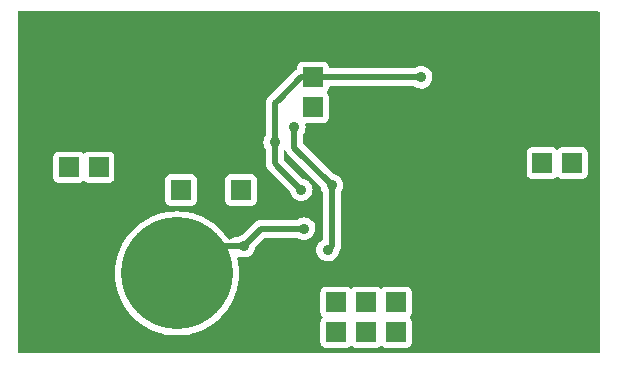
<source format=gbr>
%TF.GenerationSoftware,KiCad,Pcbnew,6.0.11+dfsg-1~bpo11+1*%
%TF.CreationDate,2023-04-12T13:16:58+00:00*%
%TF.ProjectId,PCRD01,50435244-3031-42e6-9b69-6361645f7063,01A*%
%TF.SameCoordinates,Original*%
%TF.FileFunction,Copper,L1,Top*%
%TF.FilePolarity,Positive*%
%FSLAX46Y46*%
G04 Gerber Fmt 4.6, Leading zero omitted, Abs format (unit mm)*
G04 Created by KiCad (PCBNEW 6.0.11+dfsg-1~bpo11+1) date 2023-04-12 13:16:58*
%MOMM*%
%LPD*%
G01*
G04 APERTURE LIST*
%TA.AperFunction,ComponentPad*%
%ADD10R,1.651000X1.651000*%
%TD*%
%TA.AperFunction,ComponentPad*%
%ADD11C,6.000000*%
%TD*%
%TA.AperFunction,SMDPad,CuDef*%
%ADD12C,9.480265*%
%TD*%
%TA.AperFunction,ViaPad*%
%ADD13C,0.889000*%
%TD*%
%TA.AperFunction,Conductor*%
%ADD14C,0.400000*%
%TD*%
%TA.AperFunction,Conductor*%
%ADD15C,0.500000*%
%TD*%
G04 APERTURE END LIST*
D10*
%TO.P,J1,1,1*%
%TO.N,GND*%
X140458000Y-90709000D03*
%TO.P,J1,2,1*%
%TO.N,/+Ubias*%
X140458000Y-88169000D03*
%TO.P,J1,3,3*%
%TO.N,GND*%
X140458000Y-85629000D03*
%TO.P,J1,4*%
X137918000Y-85629000D03*
%TO.P,J1,5*%
%TO.N,/+Ubias*%
X137918000Y-88169000D03*
%TO.P,J1,6*%
%TO.N,GND*%
X137918000Y-90709000D03*
%TD*%
%TO.P,J2,1*%
%TO.N,GND*%
X158034800Y-102139000D03*
%TO.P,J2,2*%
%TO.N,V-*%
X160574800Y-102139000D03*
%TO.P,J2,3*%
%TO.N,V+*%
X163114800Y-102139000D03*
%TO.P,J2,4*%
%TO.N,V-*%
X165654800Y-102139000D03*
%TO.P,J2,5*%
%TO.N,GND*%
X168194800Y-102139000D03*
%TO.P,J2,6*%
X168194800Y-99599000D03*
%TO.P,J2,7*%
%TO.N,V-*%
X165654800Y-99599000D03*
%TO.P,J2,8*%
%TO.N,V+*%
X163114800Y-99599000D03*
%TO.P,J2,9*%
%TO.N,V-*%
X160574800Y-99599000D03*
%TO.P,J2,10*%
%TO.N,GND*%
X158034800Y-99599000D03*
%TD*%
%TO.P,J5,1,1*%
%TO.N,GND*%
X180564600Y-90353400D03*
%TO.P,J5,2,1*%
%TO.N,Net-(C14-Pad2)*%
X180564600Y-87813400D03*
%TO.P,J5,3,3*%
%TO.N,GND*%
X180564600Y-85273400D03*
%TO.P,J5,4*%
X178024600Y-85273400D03*
%TO.P,J5,5*%
%TO.N,Net-(C14-Pad2)*%
X178024600Y-87813400D03*
%TO.P,J5,6*%
%TO.N,GND*%
X178024600Y-90353400D03*
%TD*%
D11*
%TO.P,P4,1,P1*%
%TO.N,GND*%
X137918000Y-99599000D03*
%TD*%
D12*
%TO.P,C4,1*%
%TO.N,Net-(C4-Pad1)*%
X147087400Y-97147900D03*
%TD*%
D10*
%TO.P,J3,1,P1*%
%TO.N,/K*%
X147443000Y-90074000D03*
%TO.P,J3,2,PM*%
%TO.N,/A*%
X152523000Y-90074000D03*
%TD*%
D11*
%TO.P,P3,1,P1*%
%TO.N,GND*%
X137918000Y-79279000D03*
%TD*%
%TO.P,P1,1,P1*%
%TO.N,GND*%
X178558000Y-99599000D03*
%TD*%
%TO.P,P2,1,P1*%
%TO.N,GND*%
X178558000Y-79279000D03*
%TD*%
D10*
%TO.P,J4,1,P1*%
%TO.N,/#SHDN*%
X158619000Y-83089000D03*
%TO.P,J4,2,PM*%
%TO.N,V+*%
X158619000Y-80549000D03*
%TD*%
D13*
%TO.N,GND*%
X162657600Y-83089000D03*
X154961400Y-77196200D03*
X170684000Y-77780400D03*
X165680200Y-77297800D03*
X162683000Y-85629000D03*
X159914400Y-86391000D03*
X161184400Y-96144600D03*
X135733600Y-83698600D03*
X135733600Y-94773000D03*
X166518400Y-87356200D03*
X171293600Y-95865200D03*
X139200000Y-94600000D03*
X174951200Y-94493600D03*
X165413500Y-96360500D03*
X160955800Y-77399400D03*
X150135400Y-76764400D03*
X142210600Y-81082400D03*
%TO.N,V+*%
X157608447Y-90079311D03*
X155367800Y-86060800D03*
X167763000Y-80549000D03*
%TO.N,Net-(C4-Pad1)*%
X157857000Y-93363300D03*
X152743361Y-94836500D03*
%TO.N,V-*%
X159838200Y-95166700D03*
X160216002Y-89693000D03*
X157028960Y-84750160D03*
%TD*%
D14*
%TO.N,GND*%
X160752600Y-77196200D02*
X160955800Y-77399400D01*
X158034800Y-99599000D02*
X157298200Y-99599000D01*
X135733600Y-83698600D02*
X135987600Y-83698600D01*
X165197600Y-96144600D02*
X165413500Y-96360500D01*
%TO.N,V+*%
X159844500Y-80549000D02*
X160689748Y-80549000D01*
D15*
X167763000Y-80549000D02*
X160689748Y-80549000D01*
X155367800Y-86060800D02*
X155367800Y-82758800D01*
D14*
X158619000Y-80549000D02*
X159844500Y-80549000D01*
D15*
X155367800Y-87838664D02*
X155668517Y-88139381D01*
X155367800Y-86060800D02*
X155367800Y-87838664D01*
X157608447Y-90079311D02*
X155668517Y-88139381D01*
X155367800Y-82758800D02*
X155692499Y-82434101D01*
X155692499Y-82434101D02*
X157577600Y-80549000D01*
X158619000Y-80549000D02*
X167763000Y-80549000D01*
X160689748Y-80549000D02*
X157577600Y-80549000D01*
%TO.N,Net-(C4-Pad1)*%
X157228383Y-93363300D02*
X157857000Y-93363300D01*
X154216561Y-93363300D02*
X157228383Y-93363300D01*
X152743361Y-94836500D02*
X149398800Y-94836500D01*
X152743361Y-94836500D02*
X154216561Y-93363300D01*
%TO.N,V-*%
X160216002Y-89693000D02*
X160216002Y-94788898D01*
X157028960Y-86505958D02*
X160216002Y-89693000D01*
X160216002Y-94788898D02*
X159838200Y-95166700D01*
X157028960Y-84750160D02*
X157028960Y-86505958D01*
%TD*%
%TA.AperFunction,Conductor*%
%TO.N,GND*%
G36*
X182832691Y-74982407D02*
G01*
X182868655Y-75031907D01*
X182873500Y-75062500D01*
X182873500Y-103815500D01*
X182854593Y-103873691D01*
X182805093Y-103909655D01*
X182774500Y-103914500D01*
X133701500Y-103914500D01*
X133643309Y-103895593D01*
X133607345Y-103846093D01*
X133602500Y-103815500D01*
X133602500Y-103012634D01*
X159240800Y-103012634D01*
X159247555Y-103074816D01*
X159298685Y-103211205D01*
X159386039Y-103327761D01*
X159502595Y-103415115D01*
X159638984Y-103466245D01*
X159645156Y-103466915D01*
X159645158Y-103466916D01*
X159681137Y-103470824D01*
X159701166Y-103473000D01*
X161448434Y-103473000D01*
X161468463Y-103470824D01*
X161504442Y-103466916D01*
X161504444Y-103466915D01*
X161510616Y-103466245D01*
X161647005Y-103415115D01*
X161763561Y-103327761D01*
X161767791Y-103322117D01*
X161772778Y-103317130D01*
X161774463Y-103318815D01*
X161815601Y-103289845D01*
X161876780Y-103290748D01*
X161915252Y-103318700D01*
X161916822Y-103317130D01*
X161921809Y-103322117D01*
X161926039Y-103327761D01*
X162042595Y-103415115D01*
X162178984Y-103466245D01*
X162185156Y-103466915D01*
X162185158Y-103466916D01*
X162221137Y-103470824D01*
X162241166Y-103473000D01*
X163988434Y-103473000D01*
X164008463Y-103470824D01*
X164044442Y-103466916D01*
X164044444Y-103466915D01*
X164050616Y-103466245D01*
X164187005Y-103415115D01*
X164303561Y-103327761D01*
X164307791Y-103322117D01*
X164312778Y-103317130D01*
X164314463Y-103318815D01*
X164355601Y-103289845D01*
X164416780Y-103290748D01*
X164455252Y-103318700D01*
X164456822Y-103317130D01*
X164461809Y-103322117D01*
X164466039Y-103327761D01*
X164582595Y-103415115D01*
X164718984Y-103466245D01*
X164725156Y-103466915D01*
X164725158Y-103466916D01*
X164761137Y-103470824D01*
X164781166Y-103473000D01*
X166528434Y-103473000D01*
X166548463Y-103470824D01*
X166584442Y-103466916D01*
X166584444Y-103466915D01*
X166590616Y-103466245D01*
X166727005Y-103415115D01*
X166843561Y-103327761D01*
X166930915Y-103211205D01*
X166982045Y-103074816D01*
X166988800Y-103012634D01*
X166988800Y-101265366D01*
X166982045Y-101203184D01*
X166930915Y-101066795D01*
X166843561Y-100950239D01*
X166837917Y-100946009D01*
X166832930Y-100941022D01*
X166834615Y-100939337D01*
X166805645Y-100898199D01*
X166806548Y-100837020D01*
X166834500Y-100798548D01*
X166832930Y-100796978D01*
X166837917Y-100791991D01*
X166843561Y-100787761D01*
X166930915Y-100671205D01*
X166982045Y-100534816D01*
X166983126Y-100524870D01*
X166988511Y-100475293D01*
X166988800Y-100472634D01*
X166988800Y-98725366D01*
X166982045Y-98663184D01*
X166930915Y-98526795D01*
X166843561Y-98410239D01*
X166727005Y-98322885D01*
X166590616Y-98271755D01*
X166584444Y-98271085D01*
X166584442Y-98271084D01*
X166548463Y-98267176D01*
X166528434Y-98265000D01*
X164781166Y-98265000D01*
X164761137Y-98267176D01*
X164725158Y-98271084D01*
X164725156Y-98271085D01*
X164718984Y-98271755D01*
X164582595Y-98322885D01*
X164466039Y-98410239D01*
X164461809Y-98415883D01*
X164456822Y-98420870D01*
X164455137Y-98419185D01*
X164413999Y-98448155D01*
X164352820Y-98447252D01*
X164314348Y-98419300D01*
X164312778Y-98420870D01*
X164307791Y-98415883D01*
X164303561Y-98410239D01*
X164187005Y-98322885D01*
X164050616Y-98271755D01*
X164044444Y-98271085D01*
X164044442Y-98271084D01*
X164008463Y-98267176D01*
X163988434Y-98265000D01*
X162241166Y-98265000D01*
X162221137Y-98267176D01*
X162185158Y-98271084D01*
X162185156Y-98271085D01*
X162178984Y-98271755D01*
X162042595Y-98322885D01*
X161926039Y-98410239D01*
X161921809Y-98415883D01*
X161916822Y-98420870D01*
X161915137Y-98419185D01*
X161873999Y-98448155D01*
X161812820Y-98447252D01*
X161774348Y-98419300D01*
X161772778Y-98420870D01*
X161767791Y-98415883D01*
X161763561Y-98410239D01*
X161647005Y-98322885D01*
X161510616Y-98271755D01*
X161504444Y-98271085D01*
X161504442Y-98271084D01*
X161468463Y-98267176D01*
X161448434Y-98265000D01*
X159701166Y-98265000D01*
X159681137Y-98267176D01*
X159645158Y-98271084D01*
X159645156Y-98271085D01*
X159638984Y-98271755D01*
X159502595Y-98322885D01*
X159386039Y-98410239D01*
X159298685Y-98526795D01*
X159247555Y-98663184D01*
X159240800Y-98725366D01*
X159240800Y-100472634D01*
X159241089Y-100475293D01*
X159246475Y-100524870D01*
X159247555Y-100534816D01*
X159298685Y-100671205D01*
X159386039Y-100787761D01*
X159391683Y-100791991D01*
X159396670Y-100796978D01*
X159394985Y-100798663D01*
X159423955Y-100839801D01*
X159423052Y-100900980D01*
X159395100Y-100939452D01*
X159396670Y-100941022D01*
X159391683Y-100946009D01*
X159386039Y-100950239D01*
X159298685Y-101066795D01*
X159247555Y-101203184D01*
X159240800Y-101265366D01*
X159240800Y-103012634D01*
X133602500Y-103012634D01*
X133602500Y-97147900D01*
X141833768Y-97147900D01*
X141853760Y-97605784D01*
X141913582Y-98060184D01*
X142012781Y-98507640D01*
X142013428Y-98509691D01*
X142013429Y-98509696D01*
X142081430Y-98725366D01*
X142150601Y-98944748D01*
X142325992Y-99368181D01*
X142537621Y-99774716D01*
X142783877Y-100161260D01*
X143062884Y-100524870D01*
X143064341Y-100526460D01*
X143351466Y-100839801D01*
X143372521Y-100862779D01*
X143710430Y-101172416D01*
X144074040Y-101451423D01*
X144460584Y-101697679D01*
X144867119Y-101909308D01*
X145290552Y-102084699D01*
X145292621Y-102085351D01*
X145292620Y-102085351D01*
X145725604Y-102221871D01*
X145725609Y-102221872D01*
X145727660Y-102222519D01*
X145881450Y-102256614D01*
X146172995Y-102321248D01*
X146173000Y-102321249D01*
X146175116Y-102321718D01*
X146629516Y-102381540D01*
X147087400Y-102401532D01*
X147545284Y-102381540D01*
X147999684Y-102321718D01*
X148001800Y-102321249D01*
X148001805Y-102321248D01*
X148293350Y-102256614D01*
X148447140Y-102222519D01*
X148449191Y-102221872D01*
X148449196Y-102221871D01*
X148882180Y-102085351D01*
X148882179Y-102085351D01*
X148884248Y-102084699D01*
X149307681Y-101909308D01*
X149714216Y-101697679D01*
X150100760Y-101451423D01*
X150464370Y-101172416D01*
X150802279Y-100862779D01*
X150823335Y-100839801D01*
X151110459Y-100526460D01*
X151111916Y-100524870D01*
X151390923Y-100161260D01*
X151637179Y-99774716D01*
X151848808Y-99368181D01*
X152024199Y-98944748D01*
X152093370Y-98725366D01*
X152161371Y-98509696D01*
X152161372Y-98509691D01*
X152162019Y-98507640D01*
X152261218Y-98060184D01*
X152321040Y-97605784D01*
X152341032Y-97147900D01*
X152321040Y-96690016D01*
X152261218Y-96235616D01*
X152236496Y-96124101D01*
X152187157Y-95901551D01*
X152193021Y-95840647D01*
X152213806Y-95810119D01*
X152279288Y-95744637D01*
X152333805Y-95716860D01*
X152379885Y-95720486D01*
X152533123Y-95770276D01*
X152533125Y-95770277D01*
X152537728Y-95771772D01*
X152723306Y-95793901D01*
X152728128Y-95793530D01*
X152728131Y-95793530D01*
X152797918Y-95788160D01*
X152909648Y-95779563D01*
X153089657Y-95729304D01*
X153107114Y-95720486D01*
X153252154Y-95647221D01*
X153252156Y-95647220D01*
X153256475Y-95645038D01*
X153403748Y-95529975D01*
X153406910Y-95526312D01*
X153406915Y-95526307D01*
X153522704Y-95392163D01*
X153525868Y-95388498D01*
X153528737Y-95383449D01*
X153615793Y-95230201D01*
X153615794Y-95230198D01*
X153618182Y-95225995D01*
X153631829Y-95184973D01*
X153652237Y-95123624D01*
X153677175Y-95048657D01*
X153683525Y-94998397D01*
X153711740Y-94940802D01*
X154501746Y-94150796D01*
X154556263Y-94123019D01*
X154571750Y-94121800D01*
X157241339Y-94121800D01*
X157299530Y-94140707D01*
X157305501Y-94145406D01*
X157310478Y-94149642D01*
X157314700Y-94152002D01*
X157314705Y-94152005D01*
X157419126Y-94210363D01*
X157473621Y-94240819D01*
X157478219Y-94242313D01*
X157646762Y-94297076D01*
X157646764Y-94297077D01*
X157651367Y-94298572D01*
X157836945Y-94320701D01*
X157841767Y-94320330D01*
X157841770Y-94320330D01*
X157902766Y-94315636D01*
X158023287Y-94306363D01*
X158203296Y-94256104D01*
X158225514Y-94244881D01*
X158365793Y-94174021D01*
X158365795Y-94174020D01*
X158370114Y-94171838D01*
X158517387Y-94056775D01*
X158520549Y-94053112D01*
X158520554Y-94053107D01*
X158636343Y-93918963D01*
X158639507Y-93915298D01*
X158650555Y-93895851D01*
X158729432Y-93757001D01*
X158729433Y-93756998D01*
X158731821Y-93752795D01*
X158790814Y-93575457D01*
X158814238Y-93390038D01*
X158814611Y-93363300D01*
X158796373Y-93177299D01*
X158742355Y-92998383D01*
X158654615Y-92833366D01*
X158536493Y-92688535D01*
X158530558Y-92683625D01*
X158396216Y-92572488D01*
X158396214Y-92572487D01*
X158392489Y-92569405D01*
X158228089Y-92480514D01*
X158049554Y-92425248D01*
X158044744Y-92424742D01*
X158044742Y-92424742D01*
X157868501Y-92406218D01*
X157868499Y-92406218D01*
X157863685Y-92405712D01*
X157803781Y-92411164D01*
X157682382Y-92422212D01*
X157682379Y-92422213D01*
X157677562Y-92422651D01*
X157672920Y-92424017D01*
X157672916Y-92424018D01*
X157502920Y-92474051D01*
X157502917Y-92474052D01*
X157498273Y-92475419D01*
X157332647Y-92562005D01*
X157328871Y-92565041D01*
X157328868Y-92565043D01*
X157306592Y-92582954D01*
X157244558Y-92604800D01*
X154281582Y-92604800D01*
X154266693Y-92603674D01*
X154248901Y-92600967D01*
X154248897Y-92600967D01*
X154243212Y-92600102D01*
X154191385Y-92604317D01*
X154189457Y-92604474D01*
X154181432Y-92604800D01*
X154172268Y-92604800D01*
X154169424Y-92605132D01*
X154169416Y-92605132D01*
X154143571Y-92608145D01*
X154140135Y-92608485D01*
X154072660Y-92613973D01*
X154072656Y-92613974D01*
X154066924Y-92614440D01*
X154061451Y-92616213D01*
X154055812Y-92617340D01*
X154055790Y-92617230D01*
X154052165Y-92618020D01*
X154052191Y-92618129D01*
X154046595Y-92619452D01*
X154040880Y-92620118D01*
X154035472Y-92622081D01*
X153971821Y-92645185D01*
X153968553Y-92646307D01*
X153915707Y-92663427D01*
X153898662Y-92668949D01*
X153893747Y-92671932D01*
X153888515Y-92674327D01*
X153888469Y-92674226D01*
X153885123Y-92675828D01*
X153885174Y-92675930D01*
X153880038Y-92678502D01*
X153874624Y-92680467D01*
X153869808Y-92683624D01*
X153869807Y-92683625D01*
X153813208Y-92720733D01*
X153810286Y-92722577D01*
X153751226Y-92758415D01*
X153751222Y-92758418D01*
X153747453Y-92760705D01*
X153739077Y-92768103D01*
X153738957Y-92767967D01*
X153735799Y-92770446D01*
X153735930Y-92770602D01*
X153731517Y-92774292D01*
X153726709Y-92777444D01*
X153722756Y-92781617D01*
X153673217Y-92833911D01*
X153671350Y-92835830D01*
X152641416Y-93865764D01*
X152586899Y-93893541D01*
X152580384Y-93894353D01*
X152568742Y-93895412D01*
X152568737Y-93895413D01*
X152563923Y-93895851D01*
X152497848Y-93915298D01*
X152389281Y-93947251D01*
X152389278Y-93947252D01*
X152384634Y-93948619D01*
X152219008Y-94035205D01*
X152215230Y-94038243D01*
X152198266Y-94051882D01*
X152141741Y-94073354D01*
X152141395Y-94073301D01*
X152137289Y-94073635D01*
X152137283Y-94073635D01*
X152087632Y-94077674D01*
X152079606Y-94078000D01*
X152070451Y-94078000D01*
X152067606Y-94078332D01*
X152067600Y-94078332D01*
X152041763Y-94081344D01*
X152038327Y-94081684D01*
X151999284Y-94084860D01*
X151965108Y-94087640D01*
X151959637Y-94089413D01*
X151953995Y-94090540D01*
X151953973Y-94090431D01*
X151950349Y-94091221D01*
X151950374Y-94091329D01*
X151944777Y-94092652D01*
X151939063Y-94093318D01*
X151933655Y-94095281D01*
X151870000Y-94118386D01*
X151866733Y-94119508D01*
X151820333Y-94134540D01*
X151796845Y-94142149D01*
X151791930Y-94145132D01*
X151786698Y-94147527D01*
X151786652Y-94147426D01*
X151783306Y-94149028D01*
X151783357Y-94149130D01*
X151778222Y-94151702D01*
X151772807Y-94153667D01*
X151711372Y-94193946D01*
X151708453Y-94195787D01*
X151645637Y-94233905D01*
X151637260Y-94241303D01*
X151637129Y-94241155D01*
X151633974Y-94243636D01*
X151634113Y-94243802D01*
X151629700Y-94247492D01*
X151624892Y-94250644D01*
X151618488Y-94257405D01*
X151616450Y-94259556D01*
X151562705Y-94288799D01*
X151502036Y-94280867D01*
X151461081Y-94244666D01*
X151451960Y-94230348D01*
X151403108Y-94153667D01*
X151392082Y-94136359D01*
X151392080Y-94136356D01*
X151390923Y-94134540D01*
X151111916Y-93770930D01*
X150802279Y-93433021D01*
X150464370Y-93123384D01*
X150100760Y-92844377D01*
X149995697Y-92777444D01*
X149716026Y-92599274D01*
X149716024Y-92599273D01*
X149714216Y-92598121D01*
X149640524Y-92559759D01*
X149569029Y-92522542D01*
X149307681Y-92386492D01*
X148884248Y-92211101D01*
X148824092Y-92192134D01*
X148449196Y-92073929D01*
X148449191Y-92073928D01*
X148447140Y-92073281D01*
X148293350Y-92039186D01*
X148001805Y-91974552D01*
X148001800Y-91974551D01*
X147999684Y-91974082D01*
X147545284Y-91914260D01*
X147087400Y-91894268D01*
X146629516Y-91914260D01*
X146175116Y-91974082D01*
X146173000Y-91974551D01*
X146172995Y-91974552D01*
X145881450Y-92039186D01*
X145727660Y-92073281D01*
X145725609Y-92073928D01*
X145725604Y-92073929D01*
X145350708Y-92192134D01*
X145290552Y-92211101D01*
X144867119Y-92386492D01*
X144605771Y-92522542D01*
X144534277Y-92559759D01*
X144460584Y-92598121D01*
X144458776Y-92599273D01*
X144458774Y-92599274D01*
X144179104Y-92777444D01*
X144074040Y-92844377D01*
X143710430Y-93123384D01*
X143372521Y-93433021D01*
X143062884Y-93770930D01*
X142783877Y-94134540D01*
X142782720Y-94136356D01*
X142782718Y-94136359D01*
X142634864Y-94368443D01*
X142537621Y-94521084D01*
X142325992Y-94927619D01*
X142150601Y-95351052D01*
X142149949Y-95353120D01*
X142015375Y-95779934D01*
X142012781Y-95788160D01*
X141987643Y-95901551D01*
X141938387Y-96123730D01*
X141913582Y-96235616D01*
X141853760Y-96690016D01*
X141833768Y-97147900D01*
X133602500Y-97147900D01*
X133602500Y-90947634D01*
X146109000Y-90947634D01*
X146109289Y-90950293D01*
X146111423Y-90969934D01*
X146115755Y-91009816D01*
X146166885Y-91146205D01*
X146254239Y-91262761D01*
X146370795Y-91350115D01*
X146507184Y-91401245D01*
X146513356Y-91401915D01*
X146513358Y-91401916D01*
X146549337Y-91405824D01*
X146569366Y-91408000D01*
X148316634Y-91408000D01*
X148336663Y-91405824D01*
X148372642Y-91401916D01*
X148372644Y-91401915D01*
X148378816Y-91401245D01*
X148515205Y-91350115D01*
X148631761Y-91262761D01*
X148719115Y-91146205D01*
X148770245Y-91009816D01*
X148774578Y-90969934D01*
X148776711Y-90950293D01*
X148777000Y-90947634D01*
X151189000Y-90947634D01*
X151189289Y-90950293D01*
X151191423Y-90969934D01*
X151195755Y-91009816D01*
X151246885Y-91146205D01*
X151334239Y-91262761D01*
X151450795Y-91350115D01*
X151587184Y-91401245D01*
X151593356Y-91401915D01*
X151593358Y-91401916D01*
X151629337Y-91405824D01*
X151649366Y-91408000D01*
X153396634Y-91408000D01*
X153416663Y-91405824D01*
X153452642Y-91401916D01*
X153452644Y-91401915D01*
X153458816Y-91401245D01*
X153595205Y-91350115D01*
X153711761Y-91262761D01*
X153799115Y-91146205D01*
X153850245Y-91009816D01*
X153854578Y-90969934D01*
X153856711Y-90950293D01*
X153857000Y-90947634D01*
X153857000Y-89200366D01*
X153850245Y-89138184D01*
X153799115Y-89001795D01*
X153722153Y-88899105D01*
X153715991Y-88890883D01*
X153711761Y-88885239D01*
X153595205Y-88797885D01*
X153458816Y-88746755D01*
X153452644Y-88746085D01*
X153452642Y-88746084D01*
X153416663Y-88742176D01*
X153396634Y-88740000D01*
X151649366Y-88740000D01*
X151629337Y-88742176D01*
X151593358Y-88746084D01*
X151593356Y-88746085D01*
X151587184Y-88746755D01*
X151450795Y-88797885D01*
X151334239Y-88885239D01*
X151330009Y-88890883D01*
X151323847Y-88899105D01*
X151246885Y-89001795D01*
X151195755Y-89138184D01*
X151189000Y-89200366D01*
X151189000Y-90947634D01*
X148777000Y-90947634D01*
X148777000Y-89200366D01*
X148770245Y-89138184D01*
X148719115Y-89001795D01*
X148642153Y-88899105D01*
X148635991Y-88890883D01*
X148631761Y-88885239D01*
X148515205Y-88797885D01*
X148378816Y-88746755D01*
X148372644Y-88746085D01*
X148372642Y-88746084D01*
X148336663Y-88742176D01*
X148316634Y-88740000D01*
X146569366Y-88740000D01*
X146549337Y-88742176D01*
X146513358Y-88746084D01*
X146513356Y-88746085D01*
X146507184Y-88746755D01*
X146370795Y-88797885D01*
X146254239Y-88885239D01*
X146250009Y-88890883D01*
X146243847Y-88899105D01*
X146166885Y-89001795D01*
X146115755Y-89138184D01*
X146109000Y-89200366D01*
X146109000Y-90947634D01*
X133602500Y-90947634D01*
X133602500Y-89042634D01*
X136584000Y-89042634D01*
X136584289Y-89045293D01*
X136589362Y-89091989D01*
X136590755Y-89104816D01*
X136641885Y-89241205D01*
X136729239Y-89357761D01*
X136845795Y-89445115D01*
X136982184Y-89496245D01*
X136988356Y-89496915D01*
X136988358Y-89496916D01*
X137024337Y-89500824D01*
X137044366Y-89503000D01*
X138791634Y-89503000D01*
X138811663Y-89500824D01*
X138847642Y-89496916D01*
X138847644Y-89496915D01*
X138853816Y-89496245D01*
X138990205Y-89445115D01*
X139106761Y-89357761D01*
X139110991Y-89352117D01*
X139115978Y-89347130D01*
X139117663Y-89348815D01*
X139158801Y-89319845D01*
X139219980Y-89320748D01*
X139258452Y-89348700D01*
X139260022Y-89347130D01*
X139265009Y-89352117D01*
X139269239Y-89357761D01*
X139385795Y-89445115D01*
X139522184Y-89496245D01*
X139528356Y-89496915D01*
X139528358Y-89496916D01*
X139564337Y-89500824D01*
X139584366Y-89503000D01*
X141331634Y-89503000D01*
X141351663Y-89500824D01*
X141387642Y-89496916D01*
X141387644Y-89496915D01*
X141393816Y-89496245D01*
X141530205Y-89445115D01*
X141646761Y-89357761D01*
X141734115Y-89241205D01*
X141785245Y-89104816D01*
X141786639Y-89091989D01*
X141791711Y-89045293D01*
X141792000Y-89042634D01*
X141792000Y-87295366D01*
X141785245Y-87233184D01*
X141734115Y-87096795D01*
X141646761Y-86980239D01*
X141530205Y-86892885D01*
X141393816Y-86841755D01*
X141387644Y-86841085D01*
X141387642Y-86841084D01*
X141351663Y-86837176D01*
X141331634Y-86835000D01*
X139584366Y-86835000D01*
X139564337Y-86837176D01*
X139528358Y-86841084D01*
X139528356Y-86841085D01*
X139522184Y-86841755D01*
X139385795Y-86892885D01*
X139269239Y-86980239D01*
X139265009Y-86985883D01*
X139260022Y-86990870D01*
X139258337Y-86989185D01*
X139217199Y-87018155D01*
X139156020Y-87017252D01*
X139117548Y-86989300D01*
X139115978Y-86990870D01*
X139110991Y-86985883D01*
X139106761Y-86980239D01*
X138990205Y-86892885D01*
X138853816Y-86841755D01*
X138847644Y-86841085D01*
X138847642Y-86841084D01*
X138811663Y-86837176D01*
X138791634Y-86835000D01*
X137044366Y-86835000D01*
X137024337Y-86837176D01*
X136988358Y-86841084D01*
X136988356Y-86841085D01*
X136982184Y-86841755D01*
X136845795Y-86892885D01*
X136729239Y-86980239D01*
X136641885Y-87096795D01*
X136590755Y-87233184D01*
X136584000Y-87295366D01*
X136584000Y-89042634D01*
X133602500Y-89042634D01*
X133602500Y-86047430D01*
X154410282Y-86047430D01*
X154425921Y-86233667D01*
X154477436Y-86413320D01*
X154562864Y-86579546D01*
X154565875Y-86583344D01*
X154565875Y-86583345D01*
X154587885Y-86611114D01*
X154609300Y-86672608D01*
X154609300Y-87773637D01*
X154608174Y-87788526D01*
X154604601Y-87812013D01*
X154605068Y-87817749D01*
X154608974Y-87865776D01*
X154609300Y-87873802D01*
X154609300Y-87882957D01*
X154609632Y-87885802D01*
X154609632Y-87885808D01*
X154612644Y-87911644D01*
X154612984Y-87915080D01*
X154618940Y-87988301D01*
X154620714Y-87993776D01*
X154621840Y-87999413D01*
X154621730Y-87999435D01*
X154622520Y-88003060D01*
X154622629Y-88003034D01*
X154623952Y-88008630D01*
X154624618Y-88014345D01*
X154626581Y-88019753D01*
X154649685Y-88083404D01*
X154650807Y-88086672D01*
X154673449Y-88156563D01*
X154676432Y-88161478D01*
X154678827Y-88166710D01*
X154678726Y-88166756D01*
X154680328Y-88170102D01*
X154680430Y-88170051D01*
X154683002Y-88175186D01*
X154684967Y-88180601D01*
X154688125Y-88185417D01*
X154725246Y-88242036D01*
X154727087Y-88244955D01*
X154765205Y-88307771D01*
X154768125Y-88311077D01*
X154772603Y-88316148D01*
X154772455Y-88316279D01*
X154774936Y-88319434D01*
X154775102Y-88319295D01*
X154778792Y-88323708D01*
X154781944Y-88328516D01*
X154786117Y-88332469D01*
X154838411Y-88382008D01*
X154840330Y-88383875D01*
X156637095Y-90180640D01*
X156664872Y-90235157D01*
X156665744Y-90242362D01*
X156666568Y-90252178D01*
X156718083Y-90431831D01*
X156803511Y-90598057D01*
X156919599Y-90744523D01*
X156923279Y-90747655D01*
X156923281Y-90747657D01*
X156956311Y-90775768D01*
X157061925Y-90865653D01*
X157066147Y-90868013D01*
X157066152Y-90868016D01*
X157101640Y-90887849D01*
X157225068Y-90956830D01*
X157229666Y-90958324D01*
X157398209Y-91013087D01*
X157398211Y-91013088D01*
X157402814Y-91014583D01*
X157588392Y-91036712D01*
X157593214Y-91036341D01*
X157593217Y-91036341D01*
X157654213Y-91031647D01*
X157774734Y-91022374D01*
X157954743Y-90972115D01*
X157959061Y-90969934D01*
X158117240Y-90890032D01*
X158117242Y-90890031D01*
X158121561Y-90887849D01*
X158268834Y-90772786D01*
X158271996Y-90769123D01*
X158272001Y-90769118D01*
X158387790Y-90634974D01*
X158390954Y-90631309D01*
X158407689Y-90601851D01*
X158480879Y-90473012D01*
X158480880Y-90473009D01*
X158483268Y-90468806D01*
X158497118Y-90427174D01*
X158540734Y-90296059D01*
X158540735Y-90296057D01*
X158542261Y-90291468D01*
X158547834Y-90247358D01*
X158565337Y-90108801D01*
X158565685Y-90106049D01*
X158566058Y-90079311D01*
X158547820Y-89893310D01*
X158493802Y-89714394D01*
X158406062Y-89549377D01*
X158287940Y-89404546D01*
X158236500Y-89361991D01*
X158147663Y-89288499D01*
X158147661Y-89288498D01*
X158143936Y-89285416D01*
X157979536Y-89196525D01*
X157859321Y-89159312D01*
X157805622Y-89142689D01*
X157805618Y-89142688D01*
X157801001Y-89141259D01*
X157796192Y-89140754D01*
X157796189Y-89140753D01*
X157785265Y-89139605D01*
X157771140Y-89138121D01*
X157711484Y-89109667D01*
X156155296Y-87553479D01*
X156127519Y-87498962D01*
X156126300Y-87483475D01*
X156126300Y-86807671D01*
X156145207Y-86749480D01*
X156194707Y-86713516D01*
X156255893Y-86713516D01*
X156305393Y-86749480D01*
X156319481Y-86777160D01*
X156334609Y-86823857D01*
X156337592Y-86828772D01*
X156339987Y-86834004D01*
X156339886Y-86834050D01*
X156341488Y-86837396D01*
X156341590Y-86837345D01*
X156344162Y-86842480D01*
X156346127Y-86847895D01*
X156349285Y-86852711D01*
X156386406Y-86909330D01*
X156388247Y-86912249D01*
X156426365Y-86975065D01*
X156433763Y-86983442D01*
X156433615Y-86983573D01*
X156436096Y-86986728D01*
X156436262Y-86986589D01*
X156439952Y-86991002D01*
X156443104Y-86995810D01*
X156447277Y-86999763D01*
X156499571Y-87049302D01*
X156501490Y-87051169D01*
X159244650Y-89794329D01*
X159272427Y-89848846D01*
X159273299Y-89856051D01*
X159274123Y-89865867D01*
X159325638Y-90045520D01*
X159411066Y-90211746D01*
X159414077Y-90215544D01*
X159414077Y-90215545D01*
X159436087Y-90243314D01*
X159457502Y-90304808D01*
X159457502Y-94230348D01*
X159438595Y-94288539D01*
X159404368Y-94318082D01*
X159318144Y-94363158D01*
X159318139Y-94363161D01*
X159313847Y-94365405D01*
X159310071Y-94368441D01*
X159310068Y-94368443D01*
X159171967Y-94479480D01*
X159168195Y-94482513D01*
X159165086Y-94486218D01*
X159165083Y-94486221D01*
X159135830Y-94521084D01*
X159048062Y-94625681D01*
X159045730Y-94629924D01*
X159045728Y-94629926D01*
X158964514Y-94777656D01*
X158958026Y-94789457D01*
X158956563Y-94794070D01*
X158956561Y-94794074D01*
X158902979Y-94962984D01*
X158902978Y-94962990D01*
X158901515Y-94967601D01*
X158900975Y-94972415D01*
X158892929Y-95044150D01*
X158880682Y-95153330D01*
X158881087Y-95158150D01*
X158894903Y-95322675D01*
X158896321Y-95339567D01*
X158947836Y-95519220D01*
X159033264Y-95685446D01*
X159149352Y-95831912D01*
X159153032Y-95835044D01*
X159153034Y-95835046D01*
X159186064Y-95863157D01*
X159291678Y-95953042D01*
X159295900Y-95955402D01*
X159295905Y-95955405D01*
X159331393Y-95975238D01*
X159454821Y-96044219D01*
X159459419Y-96045713D01*
X159627962Y-96100476D01*
X159627964Y-96100477D01*
X159632567Y-96101972D01*
X159818145Y-96124101D01*
X159822967Y-96123730D01*
X159822970Y-96123730D01*
X159883966Y-96119036D01*
X160004487Y-96109763D01*
X160184496Y-96059504D01*
X160188814Y-96057323D01*
X160346993Y-95977421D01*
X160346995Y-95977420D01*
X160351314Y-95975238D01*
X160498587Y-95860175D01*
X160501749Y-95856512D01*
X160501754Y-95856507D01*
X160611552Y-95729304D01*
X160620707Y-95718698D01*
X160637442Y-95689240D01*
X160710632Y-95560401D01*
X160710633Y-95560398D01*
X160713021Y-95556195D01*
X160720752Y-95532957D01*
X160742451Y-95467725D01*
X160772014Y-95378857D01*
X160772621Y-95374053D01*
X160779112Y-95322675D01*
X160799684Y-95273668D01*
X160801594Y-95271254D01*
X160803736Y-95268641D01*
X160851335Y-95212613D01*
X160853949Y-95207494D01*
X160857144Y-95202704D01*
X160857236Y-95202765D01*
X160859239Y-95199645D01*
X160859145Y-95199587D01*
X160862170Y-95194690D01*
X160865736Y-95190182D01*
X160882960Y-95153330D01*
X160896843Y-95123624D01*
X160898361Y-95120519D01*
X160902204Y-95112993D01*
X160931771Y-95055090D01*
X160933139Y-95049500D01*
X160935143Y-95044111D01*
X160935247Y-95044150D01*
X160936479Y-95040652D01*
X160936372Y-95040617D01*
X160938186Y-95035164D01*
X160940624Y-95029948D01*
X160955587Y-94958014D01*
X160956336Y-94954699D01*
X160973810Y-94883288D01*
X160974502Y-94872134D01*
X160974729Y-94872148D01*
X160975197Y-94868162D01*
X160974960Y-94868141D01*
X160975471Y-94862419D01*
X160976643Y-94856783D01*
X160974538Y-94778986D01*
X160974502Y-94776308D01*
X160974502Y-90309615D01*
X160992604Y-90252549D01*
X160995345Y-90248664D01*
X160998509Y-90244998D01*
X161000902Y-90240786D01*
X161088434Y-90086701D01*
X161088435Y-90086698D01*
X161090823Y-90082495D01*
X161104673Y-90040863D01*
X161148289Y-89909748D01*
X161148290Y-89909746D01*
X161149816Y-89905157D01*
X161155389Y-89861047D01*
X161172892Y-89722490D01*
X161173240Y-89719738D01*
X161173613Y-89693000D01*
X161155375Y-89506999D01*
X161101357Y-89328083D01*
X161013617Y-89163066D01*
X160895495Y-89018235D01*
X160876065Y-89002161D01*
X160755218Y-88902188D01*
X160755216Y-88902187D01*
X160751491Y-88899105D01*
X160587091Y-88810214D01*
X160528929Y-88792210D01*
X160413177Y-88756378D01*
X160413173Y-88756377D01*
X160408556Y-88754948D01*
X160403747Y-88754443D01*
X160403744Y-88754442D01*
X160392820Y-88753294D01*
X160378695Y-88751810D01*
X160319039Y-88723356D01*
X160282717Y-88687034D01*
X176690600Y-88687034D01*
X176697355Y-88749216D01*
X176748485Y-88885605D01*
X176835839Y-89002161D01*
X176952395Y-89089515D01*
X177088784Y-89140645D01*
X177094956Y-89141315D01*
X177094958Y-89141316D01*
X177122963Y-89144358D01*
X177150966Y-89147400D01*
X178898234Y-89147400D01*
X178926237Y-89144358D01*
X178954242Y-89141316D01*
X178954244Y-89141315D01*
X178960416Y-89140645D01*
X179096805Y-89089515D01*
X179213361Y-89002161D01*
X179217591Y-88996517D01*
X179222578Y-88991530D01*
X179224263Y-88993215D01*
X179265401Y-88964245D01*
X179326580Y-88965148D01*
X179365052Y-88993100D01*
X179366622Y-88991530D01*
X179371609Y-88996517D01*
X179375839Y-89002161D01*
X179492395Y-89089515D01*
X179628784Y-89140645D01*
X179634956Y-89141315D01*
X179634958Y-89141316D01*
X179662963Y-89144358D01*
X179690966Y-89147400D01*
X181438234Y-89147400D01*
X181466237Y-89144358D01*
X181494242Y-89141316D01*
X181494244Y-89141315D01*
X181500416Y-89140645D01*
X181636805Y-89089515D01*
X181753361Y-89002161D01*
X181840715Y-88885605D01*
X181891845Y-88749216D01*
X181898600Y-88687034D01*
X181898600Y-86939766D01*
X181893507Y-86892885D01*
X181892516Y-86883758D01*
X181892515Y-86883756D01*
X181891845Y-86877584D01*
X181840715Y-86741195D01*
X181753361Y-86624639D01*
X181636805Y-86537285D01*
X181500416Y-86486155D01*
X181494244Y-86485485D01*
X181494242Y-86485484D01*
X181458263Y-86481576D01*
X181438234Y-86479400D01*
X179690966Y-86479400D01*
X179670937Y-86481576D01*
X179634958Y-86485484D01*
X179634956Y-86485485D01*
X179628784Y-86486155D01*
X179492395Y-86537285D01*
X179375839Y-86624639D01*
X179371609Y-86630283D01*
X179366622Y-86635270D01*
X179364937Y-86633585D01*
X179323799Y-86662555D01*
X179262620Y-86661652D01*
X179224148Y-86633700D01*
X179222578Y-86635270D01*
X179217591Y-86630283D01*
X179213361Y-86624639D01*
X179096805Y-86537285D01*
X178960416Y-86486155D01*
X178954244Y-86485485D01*
X178954242Y-86485484D01*
X178918263Y-86481576D01*
X178898234Y-86479400D01*
X177150966Y-86479400D01*
X177130937Y-86481576D01*
X177094958Y-86485484D01*
X177094956Y-86485485D01*
X177088784Y-86486155D01*
X176952395Y-86537285D01*
X176835839Y-86624639D01*
X176748485Y-86741195D01*
X176697355Y-86877584D01*
X176696685Y-86883756D01*
X176696684Y-86883758D01*
X176695693Y-86892885D01*
X176690600Y-86939766D01*
X176690600Y-88687034D01*
X160282717Y-88687034D01*
X157816456Y-86220773D01*
X157788679Y-86166256D01*
X157787460Y-86150769D01*
X157787460Y-85366775D01*
X157805562Y-85309709D01*
X157808303Y-85305824D01*
X157811467Y-85302158D01*
X157903781Y-85139655D01*
X157962774Y-84962317D01*
X157986198Y-84776898D01*
X157986571Y-84750160D01*
X157968333Y-84564159D01*
X157964243Y-84550611D01*
X157965527Y-84489439D01*
X158002521Y-84440704D01*
X158059019Y-84423000D01*
X159492634Y-84423000D01*
X159512663Y-84420824D01*
X159548642Y-84416916D01*
X159548644Y-84416915D01*
X159554816Y-84416245D01*
X159593600Y-84401706D01*
X159684606Y-84367589D01*
X159684607Y-84367589D01*
X159691205Y-84365115D01*
X159807761Y-84277761D01*
X159895115Y-84161205D01*
X159946245Y-84024816D01*
X159953000Y-83962634D01*
X159953000Y-82215366D01*
X159946245Y-82153184D01*
X159895115Y-82016795D01*
X159807761Y-81900239D01*
X159802117Y-81896009D01*
X159797130Y-81891022D01*
X159798815Y-81889337D01*
X159769845Y-81848199D01*
X159770748Y-81787020D01*
X159798700Y-81748548D01*
X159797130Y-81746978D01*
X159802117Y-81741991D01*
X159807761Y-81737761D01*
X159895115Y-81621205D01*
X159946245Y-81484816D01*
X159953000Y-81422634D01*
X159953000Y-81406500D01*
X159971907Y-81348309D01*
X160021407Y-81312345D01*
X160052000Y-81307500D01*
X167147339Y-81307500D01*
X167205530Y-81326407D01*
X167211501Y-81331106D01*
X167216478Y-81335342D01*
X167220700Y-81337702D01*
X167220705Y-81337705D01*
X167256193Y-81357538D01*
X167379621Y-81426519D01*
X167384219Y-81428013D01*
X167552762Y-81482776D01*
X167552764Y-81482777D01*
X167557367Y-81484272D01*
X167742945Y-81506401D01*
X167747767Y-81506030D01*
X167747770Y-81506030D01*
X167808766Y-81501336D01*
X167929287Y-81492063D01*
X168109296Y-81441804D01*
X168113614Y-81439623D01*
X168271793Y-81359721D01*
X168271795Y-81359720D01*
X168276114Y-81357538D01*
X168423387Y-81242475D01*
X168426549Y-81238812D01*
X168426554Y-81238807D01*
X168542343Y-81104663D01*
X168545507Y-81100998D01*
X168637821Y-80938495D01*
X168696814Y-80761157D01*
X168720238Y-80575738D01*
X168720611Y-80549000D01*
X168702373Y-80362999D01*
X168648355Y-80184083D01*
X168560615Y-80019066D01*
X168442493Y-79874235D01*
X168438764Y-79871150D01*
X168302216Y-79758188D01*
X168302214Y-79758187D01*
X168298489Y-79755105D01*
X168134089Y-79666214D01*
X167955554Y-79610948D01*
X167950744Y-79610442D01*
X167950742Y-79610442D01*
X167774501Y-79591918D01*
X167774499Y-79591918D01*
X167769685Y-79591412D01*
X167709781Y-79596864D01*
X167588382Y-79607912D01*
X167588379Y-79607913D01*
X167583562Y-79608351D01*
X167578920Y-79609717D01*
X167578916Y-79609718D01*
X167408920Y-79659751D01*
X167408917Y-79659752D01*
X167404273Y-79661119D01*
X167238647Y-79747705D01*
X167234871Y-79750741D01*
X167234868Y-79750743D01*
X167212592Y-79768654D01*
X167150558Y-79790500D01*
X160052000Y-79790500D01*
X159993809Y-79771593D01*
X159957845Y-79722093D01*
X159953000Y-79691500D01*
X159953000Y-79675366D01*
X159946245Y-79613184D01*
X159895115Y-79476795D01*
X159807761Y-79360239D01*
X159691205Y-79272885D01*
X159554816Y-79221755D01*
X159548644Y-79221085D01*
X159548642Y-79221084D01*
X159512663Y-79217176D01*
X159492634Y-79215000D01*
X157745366Y-79215000D01*
X157725337Y-79217176D01*
X157689358Y-79221084D01*
X157689356Y-79221085D01*
X157683184Y-79221755D01*
X157546795Y-79272885D01*
X157430239Y-79360239D01*
X157342885Y-79476795D01*
X157291755Y-79613184D01*
X157285000Y-79675366D01*
X157285000Y-79781063D01*
X157266093Y-79839254D01*
X157235195Y-79865454D01*
X157235663Y-79866167D01*
X157174247Y-79906433D01*
X157171325Y-79908277D01*
X157112265Y-79944115D01*
X157112261Y-79944118D01*
X157108492Y-79946405D01*
X157100116Y-79953803D01*
X157099996Y-79953667D01*
X157096838Y-79956146D01*
X157096969Y-79956302D01*
X157092556Y-79959992D01*
X157087748Y-79963144D01*
X157083795Y-79967317D01*
X157034256Y-80019611D01*
X157032389Y-80021530D01*
X154877438Y-82176481D01*
X154866113Y-82186212D01*
X154851619Y-82196878D01*
X154851611Y-82196885D01*
X154846982Y-82200292D01*
X154843260Y-82204674D01*
X154843257Y-82204676D01*
X154812065Y-82241392D01*
X154806621Y-82247298D01*
X154800140Y-82253779D01*
X154798361Y-82256028D01*
X154798358Y-82256031D01*
X154782219Y-82276431D01*
X154780054Y-82279072D01*
X154732467Y-82335085D01*
X154729853Y-82340204D01*
X154726658Y-82344994D01*
X154726566Y-82344933D01*
X154724563Y-82348053D01*
X154724657Y-82348111D01*
X154721632Y-82353008D01*
X154718066Y-82357516D01*
X154715633Y-82362722D01*
X154715631Y-82362725D01*
X154686959Y-82424074D01*
X154685441Y-82427179D01*
X154652031Y-82492608D01*
X154650663Y-82498198D01*
X154648659Y-82503587D01*
X154648555Y-82503548D01*
X154647323Y-82507048D01*
X154647429Y-82507083D01*
X154645614Y-82512538D01*
X154643178Y-82517750D01*
X154642007Y-82523378D01*
X154642004Y-82523388D01*
X154628217Y-82589673D01*
X154627455Y-82593042D01*
X154609992Y-82664410D01*
X154609300Y-82675564D01*
X154609069Y-82675550D01*
X154608602Y-82679535D01*
X154608842Y-82679556D01*
X154608330Y-82685289D01*
X154607160Y-82690915D01*
X154607315Y-82696657D01*
X154607315Y-82696661D01*
X154609264Y-82768690D01*
X154609300Y-82771367D01*
X154609300Y-85446043D01*
X154590393Y-85504234D01*
X154586137Y-85509680D01*
X154580779Y-85516065D01*
X154580774Y-85516072D01*
X154577662Y-85519781D01*
X154487626Y-85683557D01*
X154486163Y-85688170D01*
X154486161Y-85688174D01*
X154432579Y-85857084D01*
X154432578Y-85857090D01*
X154431115Y-85861701D01*
X154410282Y-86047430D01*
X133602500Y-86047430D01*
X133602500Y-75062500D01*
X133621407Y-75004309D01*
X133670907Y-74968345D01*
X133701500Y-74963500D01*
X182774500Y-74963500D01*
X182832691Y-74982407D01*
G37*
%TD.AperFunction*%
%TD*%
M02*

</source>
